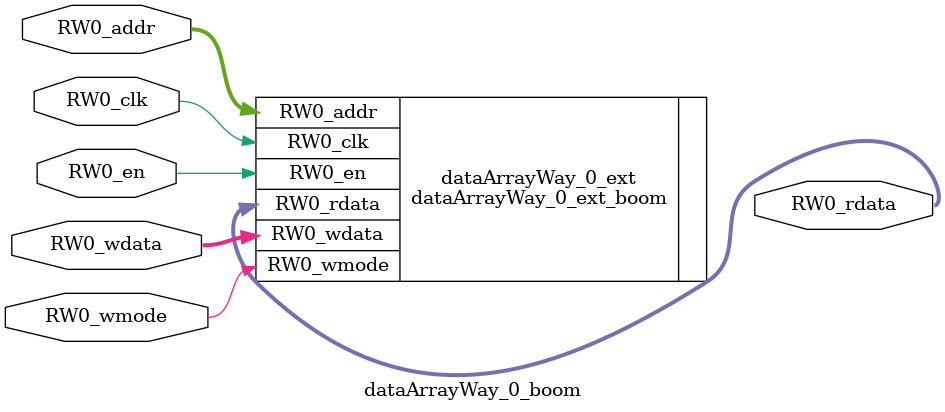
<source format=sv>
`ifndef RANDOMIZE
  `ifdef RANDOMIZE_REG_INIT
    `define RANDOMIZE
  `endif // RANDOMIZE_REG_INIT
`endif // not def RANDOMIZE
`ifndef RANDOMIZE
  `ifdef RANDOMIZE_MEM_INIT
    `define RANDOMIZE
  `endif // RANDOMIZE_MEM_INIT
`endif // not def RANDOMIZE

`ifndef RANDOM
  `define RANDOM $random
`endif // not def RANDOM

// Users can define 'PRINTF_COND' to add an extra gate to prints.
`ifndef PRINTF_COND_
  `ifdef PRINTF_COND
    `define PRINTF_COND_ (`PRINTF_COND)
  `else  // PRINTF_COND
    `define PRINTF_COND_ 1
  `endif // PRINTF_COND
`endif // not def PRINTF_COND_

// Users can define 'ASSERT_VERBOSE_COND' to add an extra gate to assert error printing.
`ifndef ASSERT_VERBOSE_COND_
  `ifdef ASSERT_VERBOSE_COND
    `define ASSERT_VERBOSE_COND_ (`ASSERT_VERBOSE_COND)
  `else  // ASSERT_VERBOSE_COND
    `define ASSERT_VERBOSE_COND_ 1
  `endif // ASSERT_VERBOSE_COND
`endif // not def ASSERT_VERBOSE_COND_

// Users can define 'STOP_COND' to add an extra gate to stop conditions.
`ifndef STOP_COND_
  `ifdef STOP_COND
    `define STOP_COND_ (`STOP_COND)
  `else  // STOP_COND
    `define STOP_COND_ 1
  `endif // STOP_COND
`endif // not def STOP_COND_

// Users can define INIT_RANDOM as general code that gets injected into the
// initializer block for modules with registers.
`ifndef INIT_RANDOM
  `define INIT_RANDOM
`endif // not def INIT_RANDOM

// If using random initialization, you can also define RANDOMIZE_DELAY to
// customize the delay used, otherwise 0.002 is used.
`ifndef RANDOMIZE_DELAY
  `define RANDOMIZE_DELAY 0.002
`endif // not def RANDOMIZE_DELAY

// Define INIT_RANDOM_PROLOG_ for use in our modules below.
`ifndef INIT_RANDOM_PROLOG_
  `ifdef RANDOMIZE
    `ifdef VERILATOR
      `define INIT_RANDOM_PROLOG_ `INIT_RANDOM
    `else  // VERILATOR
      `define INIT_RANDOM_PROLOG_ `INIT_RANDOM #`RANDOMIZE_DELAY begin end
    `endif // VERILATOR
  `else  // RANDOMIZE
    `define INIT_RANDOM_PROLOG_
  `endif // RANDOMIZE
`endif // not def INIT_RANDOM_PROLOG_

module dataArrayWay_0_boom(	// @[DescribedSRAM.scala:17:26]
  input  [8:0]  RW0_addr,
  input         RW0_en,
                RW0_clk,
                RW0_wmode,
  input  [63:0] RW0_wdata,
  output [63:0] RW0_rdata
);

  dataArrayWay_0_ext_boom dataArrayWay_0_ext (	// @[DescribedSRAM.scala:17:26]
    .RW0_addr  (RW0_addr),
    .RW0_en    (RW0_en),
    .RW0_clk   (RW0_clk),
    .RW0_wmode (RW0_wmode),
    .RW0_wdata (RW0_wdata),
    .RW0_rdata (RW0_rdata)
  );
endmodule


</source>
